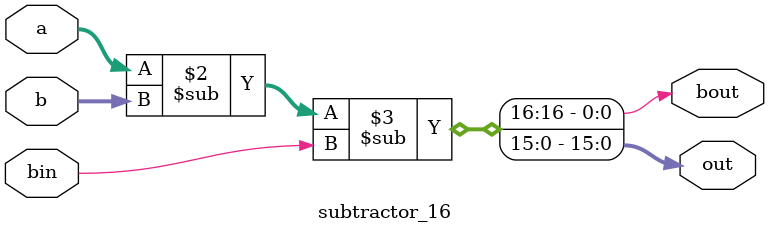
<source format=v>

module subtractor_16(a, b, bin, out, bout);
    
    output reg 	[15:0]  out;
    output reg         	bout;

    input   [15:0]  a; 
    input   [15:0]  b;
    input           bin;

  	always @ *
	begin
      {bout, out} = a - b - bin;
	end

endmodule
</source>
